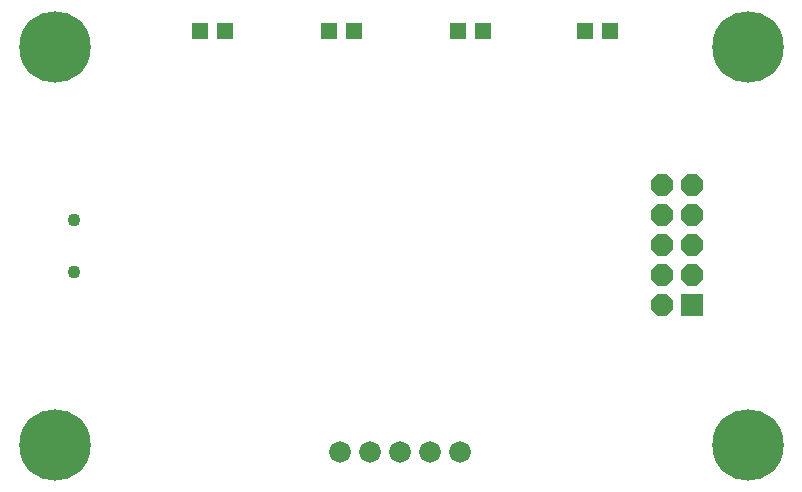
<source format=gbs>
G75*
G70*
%OFA0B0*%
%FSLAX24Y24*%
%IPPOS*%
%LPD*%
%AMOC8*
5,1,8,0,0,1.08239X$1,22.5*
%
%ADD10R,0.0552X0.0552*%
%ADD11C,0.0720*%
%ADD12C,0.2380*%
%ADD13C,0.0434*%
%ADD14R,0.0720X0.0720*%
%ADD15OC8,0.0720*%
D10*
X007619Y020644D03*
X008445Y020644D03*
X011919Y020644D03*
X012745Y020644D03*
X016219Y020644D03*
X017045Y020644D03*
X020469Y020644D03*
X021295Y020644D03*
D11*
X016282Y006594D03*
X015282Y006594D03*
X014282Y006594D03*
X013282Y006594D03*
X012282Y006594D03*
D12*
X002782Y006844D03*
X002782Y020092D03*
X025873Y020092D03*
X025873Y006844D03*
D13*
X003407Y012602D03*
X003407Y014334D03*
D14*
X024032Y011494D03*
D15*
X023032Y011494D03*
X023032Y012494D03*
X024032Y012494D03*
X024032Y013494D03*
X023032Y013494D03*
X023032Y014494D03*
X024032Y014494D03*
X024032Y015494D03*
X023032Y015494D03*
M02*

</source>
